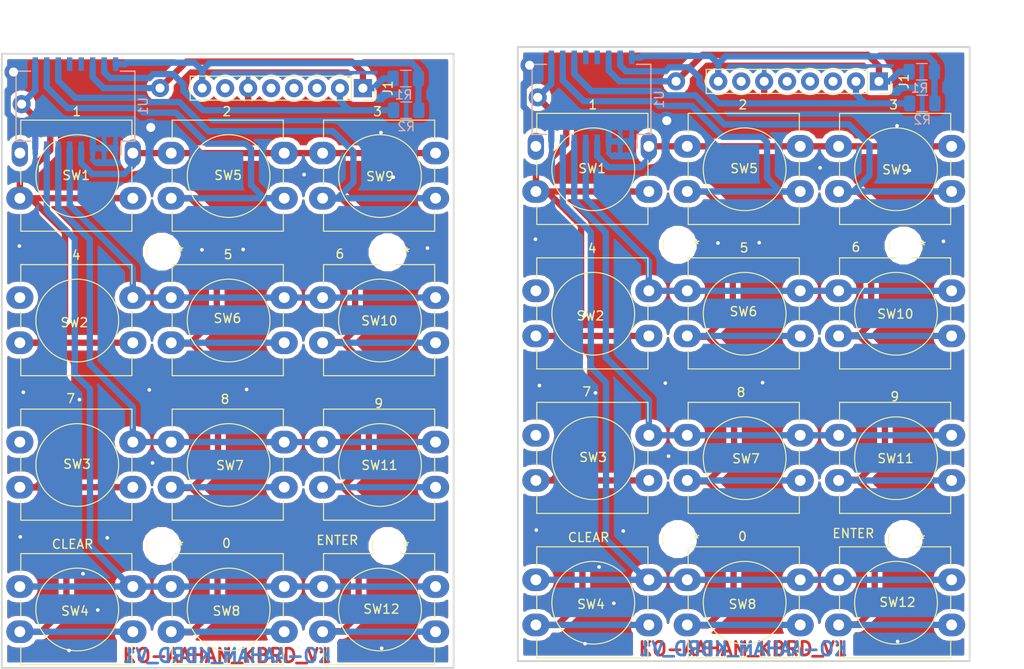
<source format=kicad_pcb>
(kicad_pcb (version 20171130) (host pcbnew 5.0.2+dfsg1-1)
  (layers (0 F.Cu signal) (31 B.Cu signal) (34 B.Paste user) (35 F.Paste user) (36 B.SilkS user) (37 F.SilkS user) (38 B.Mask user) (39 F.Mask user) (44 Edge.Cuts user))
  (net 0 "")
  (net 1 R4)
  (net 2 R3)
  (net 3 R2)
  (net 4 R1)
  (net 5 +3V3)
  (net 6 "Net-(J1-Pad4)")
  (net 7 GND)
  (net 8 C1)
  (net 9 C2)
  (net 10 C3)
  (net 11 "Net-(J1-Pad5)")
  (net 12 "Net-(J1-Pad7)")
  (net 13 "Net-(U1-Pad12)")
  (net 14 SDA)
  (net 15 SCL)
  (net 16 "Net-(J1-Pad3)")
  (net 17 "Net-(U1-Pad13)")
  (module Button_Switch_THT:SW_PUSH-12mm_Wuerth-430476085716 (layer F.Cu) (at 135.29 52.59)
    (fp_text reference SW10 (at 6.28 2.57) (layer F.SilkS))
    (fp_text value 6 (at 1.91 -4.83) (layer F.SilkS))
    (pad 1 thru_hole oval (at 12.5 0) (size 3 2.5) (drill 1.2) (layers *.Cu *.Mask) (net 3 R2))
    (pad 2 thru_hole oval (at 12.5 5) (size 3 2.5) (drill 1.2) (layers *.Cu *.Mask) (net 10 C3))
    (pad 1 thru_hole oval (at 0 0) (size 3 2.5) (drill 1.2) (layers *.Cu *.Mask) (net 3 R2))
    (pad 2 thru_hole oval (at 0 5) (size 3 2.5) (drill 1.2) (layers *.Cu *.Mask) (net 10 C3))
  )
  (module Button_Switch_THT:SW_PUSH-12mm_Wuerth-430476085716 (layer F.Cu) (at 118.54 52.59)
    (fp_text reference SW6 (at 6.22 2.3) (layer F.SilkS))
    (fp_text value 5 (at 6.29 -4.76) (layer F.SilkS))
    (pad 2 thru_hole oval (at 0 5) (size 3 2.5) (drill 1.2) (layers *.Cu *.Mask) (net 9 C2))
    (pad 1 thru_hole oval (at 0 0) (size 3 2.5) (drill 1.2) (layers *.Cu *.Mask) (net 3 R2))
    (pad 2 thru_hole oval (at 12.5 5) (size 3 2.5) (drill 1.2) (layers *.Cu *.Mask) (net 9 C2))
    (pad 1 thru_hole oval (at 12.5 0) (size 3 2.5) (drill 1.2) (layers *.Cu *.Mask) (net 3 R2))
  )
  (module Button_Switch_THT:SW_PUSH-12mm_Wuerth-430476085716 (layer F.Cu) (at 101.79 68.59)
    (fp_text reference SW3 (at 6.33 2.44) (layer F.SilkS))
    (fp_text value 7 (at 5.63 -4.82) (layer F.SilkS))
    (pad 2 thru_hole oval (at 0 5) (size 3 2.5) (drill 1.2) (layers *.Cu *.Mask) (net 8 C1))
    (pad 1 thru_hole oval (at 0 0) (size 3 2.5) (drill 1.2) (layers *.Cu *.Mask) (net 2 R3))
    (pad 2 thru_hole oval (at 12.5 5) (size 3 2.5) (drill 1.2) (layers *.Cu *.Mask) (net 8 C1))
    (pad 1 thru_hole oval (at 12.5 0) (size 3 2.5) (drill 1.2) (layers *.Cu *.Mask) (net 2 R3))
  )
  (module Button_Switch_THT:SW_PUSH-12mm_Wuerth-430476085716 (layer F.Cu) (at 135.29 84.59)
    (fp_text reference SW12 (at 6.51 2.49) (layer F.SilkS))
    (fp_text value ENTER (at 1.63 -5.13) (layer F.SilkS))
    (pad 2 thru_hole oval (at 0 5) (size 3 2.5) (drill 1.2) (layers *.Cu *.Mask) (net 10 C3))
    (pad 1 thru_hole oval (at 0 0) (size 3 2.5) (drill 1.2) (layers *.Cu *.Mask) (net 1 R4))
    (pad 2 thru_hole oval (at 12.5 5) (size 3 2.5) (drill 1.2) (layers *.Cu *.Mask) (net 10 C3))
    (pad 1 thru_hole oval (at 12.5 0) (size 3 2.5) (drill 1.2) (layers *.Cu *.Mask) (net 1 R4))
  )
  (module Connector_PinSocket_2.54mm:PinSocket_1x08_P2.54mm_Vertical (layer F.Cu) (at 139.75 29.4 270)
    (fp_text reference J1 (at 0 -2.77 270) (layer F.SilkS))
    (fp_text value Conn_01x08_Male)
    (pad 1 thru_hole rect (at 0 0 270) (size 2 2) (drill 1) (layers *.Cu *.Mask) (net 15 SCL))
    (pad 2 thru_hole oval (at 0 2.54 270) (size 2 2) (drill 1) (layers *.Cu *.Mask) (net 14 SDA))
    (pad 3 thru_hole oval (at 0 5.08 270) (size 2 2) (drill 1) (layers *.Cu *.Mask) (net 16 "Net-(J1-Pad3)"))
    (pad 4 thru_hole oval (at 0 7.62 270) (size 2 2) (drill 1) (layers *.Cu *.Mask) (net 6 "Net-(J1-Pad4)"))
    (pad 5 thru_hole oval (at 0 10.16 270) (size 2 2) (drill 1) (layers *.Cu *.Mask) (net 11 "Net-(J1-Pad5)"))
    (pad 6 thru_hole oval (at 0 12.7 270) (size 2 2) (drill 1) (layers *.Cu *.Mask) (net 7 GND))
    (pad 7 thru_hole oval (at 0 15.24 270) (size 2 2) (drill 1) (layers *.Cu *.Mask) (net 12 "Net-(J1-Pad7)"))
    (pad 8 thru_hole oval (at 0 17.78 270) (size 2 2) (drill 1) (layers *.Cu *.Mask) (net 5 +3V3))
  )
  (module Package_SO:SOIC-16W_7.5x12.8mm_P1.27mm (layer B.Cu) (at 107.94 31.39 90)
    (fp_text reference U1 (at 0 7.5 90) (layer B.SilkS) (effects (justify mirror)))
    (fp_text value PCF8574)
    (pad 16 smd rect (at 4.65 4.445 90) (size 1.5 0.6) (layers B.Cu B.Paste B.Mask) (net 5 +3V3))
    (pad 15 smd rect (at 4.65 3.175 90) (size 1.5 0.6) (layers B.Cu B.Paste B.Mask) (net 14 SDA))
    (pad 14 smd rect (at 4.65 1.905 90) (size 1.5 0.6) (layers B.Cu B.Paste B.Mask) (net 15 SCL))
    (pad 13 smd rect (at 4.65 0.635 90) (size 1.5 0.6) (layers B.Cu B.Paste B.Mask) (net 17 "Net-(U1-Pad13)"))
    (pad 12 smd rect (at 4.65 -0.635 90) (size 1.5 0.6) (layers B.Cu B.Paste B.Mask) (net 13 "Net-(U1-Pad12)"))
    (pad 11 smd rect (at 4.65 -1.905 90) (size 1.5 0.6) (layers B.Cu B.Paste B.Mask) (net 10 C3))
    (pad 10 smd rect (at 4.65 -3.175 90) (size 1.5 0.6) (layers B.Cu B.Paste B.Mask) (net 9 C2))
    (pad 9 smd rect (at 4.65 -4.445 90) (size 1.5 0.6) (layers B.Cu B.Paste B.Mask) (net 8 C1))
    (pad 8 smd rect (at -4.65 -4.445 90) (size 1.5 0.6) (layers B.Cu B.Paste B.Mask) (net 7 GND))
    (pad 7 smd rect (at -4.65 -3.175 90) (size 1.5 0.6) (layers B.Cu B.Paste B.Mask) (net 1 R4))
    (pad 6 smd rect (at -4.65 -1.905 90) (size 1.5 0.6) (layers B.Cu B.Paste B.Mask) (net 2 R3))
    (pad 5 smd rect (at -4.65 -0.635 90) (size 1.5 0.6) (layers B.Cu B.Paste B.Mask) (net 3 R2))
    (pad 4 smd rect (at -4.65 0.635 90) (size 1.5 0.6) (layers B.Cu B.Paste B.Mask) (net 4 R1))
    (pad 3 smd rect (at -4.65 1.905 90) (size 1.5 0.6) (layers B.Cu B.Paste B.Mask) (net 7 GND))
    (pad 2 smd rect (at -4.65 3.175 90) (size 1.5 0.6) (layers B.Cu B.Paste B.Mask) (net 7 GND))
    (pad 1 smd rect (at -4.65 4.445 90) (size 1.5 0.6) (layers B.Cu B.Paste B.Mask) (net 7 GND))
  )
  (module MountingHole:MountingHole_3.2mm_M3 (layer F.Cu) (at 117.49 80.09)
    (fp_text reference REF** (at 0.3 -0.01) (layer F.SilkS))
    (fp_text value MountingHole_3.2mm_M3)
    (pad 1 np_thru_hole circle (at 0 0) (size 3.2 3.2) (drill 3.2) (layers *.Cu *.Mask))
  )
  (module MountingHole:MountingHole_3.2mm_M3 (layer F.Cu) (at 117.49 47.5)
    (fp_text reference REF** (at 0.32 -0.01) (layer F.SilkS))
    (fp_text value MountingHole_3.2mm_M3)
    (pad 1 np_thru_hole circle (at 0 0) (size 3.2 3.2) (drill 3.2) (layers *.Cu *.Mask))
  )
  (module MountingHole:MountingHole_3.2mm_M3 (layer F.Cu) (at 142.48 80.09)
    (fp_text reference REF** (at 0.28 0.03) (layer F.SilkS))
    (fp_text value MountingHole_3.2mm_M3)
    (pad 1 np_thru_hole circle (at 0 0) (size 3.2 3.2) (drill 3.2) (layers *.Cu *.Mask))
  )
  (module Button_Switch_THT:SW_PUSH-12mm_Wuerth-430476085716 (layer F.Cu) (at 101.79 36.59)
    (fp_text reference SW1 (at 6.23 2.46) (layer F.SilkS))
    (fp_text value 1 (at 6.3 -4.6) (layer F.SilkS))
    (pad 1 thru_hole oval (at 12.5 0) (size 1.8 3) (drill 1.2) (layers *.Cu *.Mask) (net 4 R1))
    (pad 2 thru_hole oval (at 12.5 5) (size 3 2.5) (drill 1.2) (layers *.Cu *.Mask) (net 8 C1))
    (pad 1 thru_hole oval (at 0 0) (size 1.8 3) (drill 1.2) (layers *.Cu *.Mask) (net 4 R1))
    (pad 2 thru_hole oval (at 0 5) (size 3 2.5) (drill 1.2) (layers *.Cu *.Mask) (net 8 C1))
  )
  (module Button_Switch_THT:SW_PUSH-12mm_Wuerth-430476085716 (layer F.Cu) (at 101.79 84.59)
    (fp_text reference SW4 (at 6.1 2.71) (layer F.SilkS))
    (fp_text value CLEAR (at 5.83 -4.69) (layer F.SilkS))
    (pad 1 thru_hole oval (at 12.5 0) (size 3 2.5) (drill 1.2) (layers *.Cu *.Mask) (net 1 R4))
    (pad 2 thru_hole oval (at 12.5 5) (size 3 2.5) (drill 1.2) (layers *.Cu *.Mask) (net 8 C1))
    (pad 1 thru_hole oval (at 0 0) (size 3 2.5) (drill 1.2) (layers *.Cu *.Mask) (net 1 R4))
    (pad 2 thru_hole oval (at 0 5) (size 3 2.5) (drill 1.2) (layers *.Cu *.Mask) (net 8 C1))
  )
  (module Resistor_SMD:R_1206_3216Metric (layer B.Cu) (at 144.49 28.33 180)
    (fp_text reference R1 (at 0.23 -1.81 180) (layer B.SilkS) (effects (justify mirror)))
    (fp_text value 4.7k)
    (pad 1 smd roundrect (at -1.4 0 180) (size 1.25 1.75) (layers B.Cu B.Paste B.Mask) (roundrect_rratio 0.2) (net 5 +3V3))
    (pad 2 smd roundrect (at 1.4 0 180) (size 1.25 1.75) (layers B.Cu B.Paste B.Mask) (roundrect_rratio 0.2) (net 15 SCL))
  )
  (module Button_Switch_THT:SW_PUSH-12mm_Wuerth-430476085716 (layer F.Cu) (at 135.29 36.59)
    (fp_text reference SW9 (at 6.35 2.59) (layer F.SilkS))
    (fp_text value 3 (at 6.08 -4.6) (layer F.SilkS))
    (pad 1 thru_hole oval (at 12.5 0) (size 3 2.5) (drill 1.2) (layers *.Cu *.Mask) (net 4 R1))
    (pad 2 thru_hole oval (at 12.5 5) (size 3 2.5) (drill 1.2) (layers *.Cu *.Mask) (net 10 C3))
    (pad 1 thru_hole oval (at 0 0) (size 3 2.5) (drill 1.2) (layers *.Cu *.Mask) (net 4 R1))
    (pad 2 thru_hole oval (at 0 5) (size 3 2.5) (drill 1.2) (layers *.Cu *.Mask) (net 10 C3))
  )
  (module Button_Switch_THT:SW_PUSH-12mm_Wuerth-430476085716 (layer F.Cu) (at 135.29 68.59)
    (fp_text reference SW11 (at 6.29 2.57) (layer F.SilkS))
    (fp_text value 9 (at 6.21 -4.28) (layer F.SilkS))
    (pad 1 thru_hole oval (at 12.5 0) (size 3 2.5) (drill 1.2) (layers *.Cu *.Mask) (net 2 R3))
    (pad 2 thru_hole oval (at 12.5 5) (size 3 2.5) (drill 1.2) (layers *.Cu *.Mask) (net 10 C3))
    (pad 1 thru_hole oval (at 0 0) (size 3 2.5) (drill 1.2) (layers *.Cu *.Mask) (net 2 R3))
    (pad 2 thru_hole oval (at 0 5) (size 3 2.5) (drill 1.2) (layers *.Cu *.Mask) (net 10 C3))
  )
  (module Button_Switch_THT:SW_PUSH-12mm_Wuerth-430476085716 (layer F.Cu) (at 101.79 52.59)
    (fp_text reference SW2 (at 6.03 2.77) (layer F.SilkS))
    (fp_text value 4 (at 6.23 -4.69) (layer F.SilkS))
    (pad 2 thru_hole oval (at 0 5) (size 3 2.5) (drill 1.2) (layers *.Cu *.Mask) (net 8 C1))
    (pad 1 thru_hole oval (at 0 0) (size 3 2.5) (drill 1.2) (layers *.Cu *.Mask) (net 3 R2))
    (pad 2 thru_hole oval (at 12.5 5) (size 3 2.5) (drill 1.2) (layers *.Cu *.Mask) (net 8 C1))
    (pad 1 thru_hole oval (at 12.5 0) (size 3 2.5) (drill 1.2) (layers *.Cu *.Mask) (net 3 R2))
  )
  (module MountingHole:MountingHole_3.2mm_M3 (layer F.Cu) (at 142.48 47.58)
    (fp_text reference REF** (at 0.36 0.03) (layer F.SilkS))
    (fp_text value MountingHole_3.2mm_M3)
    (pad 1 np_thru_hole circle (at 0 0) (size 3.2 3.2) (drill 3.2) (layers *.Cu *.Mask))
  )
  (module Button_Switch_THT:SW_PUSH-12mm_Wuerth-430476085716 (layer F.Cu) (at 118.54 84.59)
    (fp_text reference SW8 (at 6.11 2.71) (layer F.SilkS))
    (fp_text value 0 (at 6.11 -4.79) (layer F.SilkS))
    (pad 2 thru_hole oval (at 0 5) (size 3 2.5) (drill 1.2) (layers *.Cu *.Mask) (net 9 C2))
    (pad 1 thru_hole oval (at 0 0) (size 3 2.5) (drill 1.2) (layers *.Cu *.Mask) (net 1 R4))
    (pad 2 thru_hole oval (at 12.5 5) (size 3 2.5) (drill 1.2) (layers *.Cu *.Mask) (net 9 C2))
    (pad 1 thru_hole oval (at 12.5 0) (size 3 2.5) (drill 1.2) (layers *.Cu *.Mask) (net 1 R4))
  )
  (module Button_Switch_THT:SW_PUSH-12mm_Wuerth-430476085716 (layer F.Cu) (at 118.54 36.59)
    (fp_text reference SW5 (at 6.29 2.46) (layer F.SilkS))
    (fp_text value 2 (at 6.15 -4.6) (layer F.SilkS))
    (pad 2 thru_hole oval (at 0 5) (size 3 2.5) (drill 1.2) (layers *.Cu *.Mask) (net 9 C2))
    (pad 1 thru_hole oval (at 0 0) (size 3 2.5) (drill 1.2) (layers *.Cu *.Mask) (net 4 R1))
    (pad 2 thru_hole oval (at 12.5 5) (size 3 2.5) (drill 1.2) (layers *.Cu *.Mask) (net 9 C2))
    (pad 1 thru_hole oval (at 12.5 0) (size 3 2.5) (drill 1.2) (layers *.Cu *.Mask) (net 4 R1))
  )
  (module Resistor_SMD:R_1206_3216Metric (layer B.Cu) (at 144.54 31.84)
    (fp_text reference R2 (at 0 1.82) (layer B.SilkS) (effects (justify mirror)))
    (fp_text value 4.7k)
    (pad 2 smd roundrect (at 1.4 0) (size 1.25 1.75) (layers B.Cu B.Paste B.Mask) (roundrect_rratio 0.2) (net 5 +3V3))
    (pad 1 smd roundrect (at -1.4 0) (size 1.25 1.75) (layers B.Cu B.Paste B.Mask) (roundrect_rratio 0.2) (net 14 SDA))
  )
  (module Button_Switch_THT:SW_PUSH-12mm_Wuerth-430476085716 (layer F.Cu) (at 118.54 68.59)
    (fp_text reference SW7 (at 6.5 2.59) (layer F.SilkS))
    (fp_text value 8 (at 5.95 -4.75) (layer F.SilkS))
    (pad 1 thru_hole oval (at 12.5 0) (size 3 2.5) (drill 1.2) (layers *.Cu *.Mask) (net 2 R3))
    (pad 2 thru_hole oval (at 12.5 5) (size 3 2.5) (drill 1.2) (layers *.Cu *.Mask) (net 9 C2))
    (pad 1 thru_hole oval (at 0 0) (size 3 2.5) (drill 1.2) (layers *.Cu *.Mask) (net 2 R3))
    (pad 2 thru_hole oval (at 0 5) (size 3 2.5) (drill 1.2) (layers *.Cu *.Mask) (net 9 C2))
  )
  (module Button_Switch_THT:SW_PUSH-12mm_Wuerth-430476085716 (layer F.Cu) (at 44.69 85.34)
    (fp_text reference SW4 (at 6.1 2.71) (layer F.SilkS))
    (fp_text value CLEAR (at 5.83 -4.69) (layer F.SilkS))
    (pad 2 thru_hole oval (at 0 5) (size 3 2.5) (drill 1.2) (layers *.Cu *.Mask) (net 8 C1))
    (pad 1 thru_hole oval (at 0 0) (size 3 2.5) (drill 1.2) (layers *.Cu *.Mask) (net 1 R4))
    (pad 2 thru_hole oval (at 12.5 5) (size 3 2.5) (drill 1.2) (layers *.Cu *.Mask) (net 8 C1))
    (pad 1 thru_hole oval (at 12.5 0) (size 3 2.5) (drill 1.2) (layers *.Cu *.Mask) (net 1 R4))
  )
  (module Button_Switch_THT:SW_PUSH-12mm_Wuerth-430476085716 (layer F.Cu) (at 78.19 37.34)
    (fp_text reference SW9 (at 6.35 2.59) (layer F.SilkS))
    (fp_text value 3 (at 6.08 -4.6) (layer F.SilkS))
    (pad 2 thru_hole oval (at 0 5) (size 3 2.5) (drill 1.2) (layers *.Cu *.Mask) (net 10 C3))
    (pad 1 thru_hole oval (at 0 0) (size 3 2.5) (drill 1.2) (layers *.Cu *.Mask) (net 4 R1))
    (pad 2 thru_hole oval (at 12.5 5) (size 3 2.5) (drill 1.2) (layers *.Cu *.Mask) (net 10 C3))
    (pad 1 thru_hole oval (at 12.5 0) (size 3 2.5) (drill 1.2) (layers *.Cu *.Mask) (net 4 R1))
  )
  (module Button_Switch_THT:SW_PUSH-12mm_Wuerth-430476085716 (layer F.Cu) (at 78.19 69.34)
    (fp_text reference SW11 (at 6.29 2.57) (layer F.SilkS))
    (fp_text value 9 (at 6.21 -4.28) (layer F.SilkS))
    (pad 2 thru_hole oval (at 0 5) (size 3 2.5) (drill 1.2) (layers *.Cu *.Mask) (net 10 C3))
    (pad 1 thru_hole oval (at 0 0) (size 3 2.5) (drill 1.2) (layers *.Cu *.Mask) (net 2 R3))
    (pad 2 thru_hole oval (at 12.5 5) (size 3 2.5) (drill 1.2) (layers *.Cu *.Mask) (net 10 C3))
    (pad 1 thru_hole oval (at 12.5 0) (size 3 2.5) (drill 1.2) (layers *.Cu *.Mask) (net 2 R3))
  )
  (module Button_Switch_THT:SW_PUSH-12mm_Wuerth-430476085716 (layer F.Cu) (at 61.44 85.34)
    (fp_text reference SW8 (at 6.11 2.71) (layer F.SilkS))
    (fp_text value 0 (at 6.11 -4.79) (layer F.SilkS))
    (pad 1 thru_hole oval (at 12.5 0) (size 3 2.5) (drill 1.2) (layers *.Cu *.Mask) (net 1 R4))
    (pad 2 thru_hole oval (at 12.5 5) (size 3 2.5) (drill 1.2) (layers *.Cu *.Mask) (net 9 C2))
    (pad 1 thru_hole oval (at 0 0) (size 3 2.5) (drill 1.2) (layers *.Cu *.Mask) (net 1 R4))
    (pad 2 thru_hole oval (at 0 5) (size 3 2.5) (drill 1.2) (layers *.Cu *.Mask) (net 9 C2))
  )
  (module Button_Switch_THT:SW_PUSH-12mm_Wuerth-430476085716 (layer F.Cu) (at 61.44 69.34)
    (fp_text reference SW7 (at 6.5 2.59) (layer F.SilkS))
    (fp_text value 8 (at 5.95 -4.75) (layer F.SilkS))
    (pad 2 thru_hole oval (at 0 5) (size 3 2.5) (drill 1.2) (layers *.Cu *.Mask) (net 9 C2))
    (pad 1 thru_hole oval (at 0 0) (size 3 2.5) (drill 1.2) (layers *.Cu *.Mask) (net 2 R3))
    (pad 2 thru_hole oval (at 12.5 5) (size 3 2.5) (drill 1.2) (layers *.Cu *.Mask) (net 9 C2))
    (pad 1 thru_hole oval (at 12.5 0) (size 3 2.5) (drill 1.2) (layers *.Cu *.Mask) (net 2 R3))
  )
  (module Button_Switch_THT:SW_PUSH-12mm_Wuerth-430476085716 (layer F.Cu) (at 61.44 37.34)
    (fp_text reference SW5 (at 6.29 2.46) (layer F.SilkS))
    (fp_text value 2 (at 6.15 -4.6) (layer F.SilkS))
    (pad 1 thru_hole oval (at 12.5 0) (size 3 2.5) (drill 1.2) (layers *.Cu *.Mask) (net 4 R1))
    (pad 2 thru_hole oval (at 12.5 5) (size 3 2.5) (drill 1.2) (layers *.Cu *.Mask) (net 9 C2))
    (pad 1 thru_hole oval (at 0 0) (size 3 2.5) (drill 1.2) (layers *.Cu *.Mask) (net 4 R1))
    (pad 2 thru_hole oval (at 0 5) (size 3 2.5) (drill 1.2) (layers *.Cu *.Mask) (net 9 C2))
  )
  (module Resistor_SMD:R_1206_3216Metric (layer B.Cu) (at 87.44 32.59)
    (fp_text reference R2 (at 0 1.82) (layer B.SilkS) (effects (justify mirror)))
    (fp_text value 4.7k)
    (pad 1 smd roundrect (at -1.4 0) (size 1.25 1.75) (layers B.Cu B.Paste B.Mask) (roundrect_rratio 0.2) (net 14 SDA))
    (pad 2 smd roundrect (at 1.4 0) (size 1.25 1.75) (layers B.Cu B.Paste B.Mask) (roundrect_rratio 0.2) (net 5 +3V3))
  )
  (module MountingHole:MountingHole_3.2mm_M3 (layer F.Cu) (at 85.38 48.33)
    (fp_text reference REF** (at 0.36 0.03) (layer F.SilkS))
    (fp_text value MountingHole_3.2mm_M3)
    (pad 1 np_thru_hole circle (at 0 0) (size 3.2 3.2) (drill 3.2) (layers *.Cu *.Mask))
  )
  (module MountingHole:MountingHole_3.2mm_M3 (layer F.Cu) (at 60.39 48.25)
    (fp_text reference REF** (at 0.32 -0.01) (layer F.SilkS))
    (fp_text value MountingHole_3.2mm_M3)
    (pad 1 np_thru_hole circle (at 0 0) (size 3.2 3.2) (drill 3.2) (layers *.Cu *.Mask))
  )
  (module Button_Switch_THT:SW_PUSH-12mm_Wuerth-430476085716 (layer F.Cu) (at 44.69 69.34)
    (fp_text reference SW3 (at 6.33 2.44) (layer F.SilkS))
    (fp_text value 7 (at 5.63 -4.82) (layer F.SilkS))
    (pad 1 thru_hole oval (at 12.5 0) (size 3 2.5) (drill 1.2) (layers *.Cu *.Mask) (net 2 R3))
    (pad 2 thru_hole oval (at 12.5 5) (size 3 2.5) (drill 1.2) (layers *.Cu *.Mask) (net 8 C1))
    (pad 1 thru_hole oval (at 0 0) (size 3 2.5) (drill 1.2) (layers *.Cu *.Mask) (net 2 R3))
    (pad 2 thru_hole oval (at 0 5) (size 3 2.5) (drill 1.2) (layers *.Cu *.Mask) (net 8 C1))
  )
  (module MountingHole:MountingHole_3.2mm_M3 (layer F.Cu) (at 60.39 80.84)
    (fp_text reference REF** (at 0.3 -0.01) (layer F.SilkS))
    (fp_text value MountingHole_3.2mm_M3)
    (pad 1 np_thru_hole circle (at 0 0) (size 3.2 3.2) (drill 3.2) (layers *.Cu *.Mask))
  )
  (module MountingHole:MountingHole_3.2mm_M3 (layer F.Cu) (at 85.38 80.84)
    (fp_text reference REF** (at 0.28 0.03) (layer F.SilkS))
    (fp_text value MountingHole_3.2mm_M3)
    (pad 1 np_thru_hole circle (at 0 0) (size 3.2 3.2) (drill 3.2) (layers *.Cu *.Mask))
  )
  (module Connector_PinSocket_2.54mm:PinSocket_1x08_P2.54mm_Vertical (layer F.Cu) (at 82.65 30.15 270)
    (fp_text reference J1 (at 0 -2.77 270) (layer F.SilkS))
    (fp_text value Conn_01x08_Male)
    (pad 8 thru_hole oval (at 0 17.78 270) (size 2 2) (drill 1) (layers *.Cu *.Mask) (net 5 +3V3))
    (pad 7 thru_hole oval (at 0 15.24 270) (size 2 2) (drill 1) (layers *.Cu *.Mask) (net 12 "Net-(J1-Pad7)"))
    (pad 6 thru_hole oval (at 0 12.7 270) (size 2 2) (drill 1) (layers *.Cu *.Mask) (net 7 GND))
    (pad 5 thru_hole oval (at 0 10.16 270) (size 2 2) (drill 1) (layers *.Cu *.Mask) (net 11 "Net-(J1-Pad5)"))
    (pad 4 thru_hole oval (at 0 7.62 270) (size 2 2) (drill 1) (layers *.Cu *.Mask) (net 6 "Net-(J1-Pad4)"))
    (pad 3 thru_hole oval (at 0 5.08 270) (size 2 2) (drill 1) (layers *.Cu *.Mask) (net 16 "Net-(J1-Pad3)"))
    (pad 2 thru_hole oval (at 0 2.54 270) (size 2 2) (drill 1) (layers *.Cu *.Mask) (net 14 SDA))
    (pad 1 thru_hole rect (at 0 0 270) (size 2 2) (drill 1) (layers *.Cu *.Mask) (net 15 SCL))
  )
  (module Button_Switch_THT:SW_PUSH-12mm_Wuerth-430476085716 (layer F.Cu) (at 78.19 85.34)
    (fp_text reference SW12 (at 6.51 2.49) (layer F.SilkS))
    (fp_text value ENTER (at 1.63 -5.13) (layer F.SilkS))
    (pad 1 thru_hole oval (at 12.5 0) (size 3 2.5) (drill 1.2) (layers *.Cu *.Mask) (net 1 R4))
    (pad 2 thru_hole oval (at 12.5 5) (size 3 2.5) (drill 1.2) (layers *.Cu *.Mask) (net 10 C3))
    (pad 1 thru_hole oval (at 0 0) (size 3 2.5) (drill 1.2) (layers *.Cu *.Mask) (net 1 R4))
    (pad 2 thru_hole oval (at 0 5) (size 3 2.5) (drill 1.2) (layers *.Cu *.Mask) (net 10 C3))
  )
  (module Button_Switch_THT:SW_PUSH-12mm_Wuerth-430476085716 (layer F.Cu) (at 61.44 53.34)
    (fp_text reference SW6 (at 6.22 2.3) (layer F.SilkS))
    (fp_text value 5 (at 6.29 -4.76) (layer F.SilkS))
    (pad 1 thru_hole oval (at 12.5 0) (size 3 2.5) (drill 1.2) (layers *.Cu *.Mask) (net 3 R2))
    (pad 2 thru_hole oval (at 12.5 5) (size 3 2.5) (drill 1.2) (layers *.Cu *.Mask) (net 9 C2))
    (pad 1 thru_hole oval (at 0 0) (size 3 2.5) (drill 1.2) (layers *.Cu *.Mask) (net 3 R2))
    (pad 2 thru_hole oval (at 0 5) (size 3 2.5) (drill 1.2) (layers *.Cu *.Mask) (net 9 C2))
  )
  (module Button_Switch_THT:SW_PUSH-12mm_Wuerth-430476085716 (layer F.Cu) (at 78.19 53.34)
    (fp_text reference SW10 (at 6.28 2.57) (layer F.SilkS))
    (fp_text value 6 (at 1.91 -4.83) (layer F.SilkS))
    (pad 2 thru_hole oval (at 0 5) (size 3 2.5) (drill 1.2) (layers *.Cu *.Mask) (net 10 C3))
    (pad 1 thru_hole oval (at 0 0) (size 3 2.5) (drill 1.2) (layers *.Cu *.Mask) (net 3 R2))
    (pad 2 thru_hole oval (at 12.5 5) (size 3 2.5) (drill 1.2) (layers *.Cu *.Mask) (net 10 C3))
    (pad 1 thru_hole oval (at 12.5 0) (size 3 2.5) (drill 1.2) (layers *.Cu *.Mask) (net 3 R2))
  )
  (module Resistor_SMD:R_1206_3216Metric (layer B.Cu) (at 87.39 29.08 180)
    (fp_text reference R1 (at 0.23 -1.81 180) (layer B.SilkS) (effects (justify mirror)))
    (fp_text value 4.7k)
    (pad 2 smd roundrect (at 1.4 0 180) (size 1.25 1.75) (layers B.Cu B.Paste B.Mask) (roundrect_rratio 0.2) (net 15 SCL))
    (pad 1 smd roundrect (at -1.4 0 180) (size 1.25 1.75) (layers B.Cu B.Paste B.Mask) (roundrect_rratio 0.2) (net 5 +3V3))
  )
  (module Button_Switch_THT:SW_PUSH-12mm_Wuerth-430476085716 (layer F.Cu) (at 44.69 53.34)
    (fp_text reference SW2 (at 6.03 2.77) (layer F.SilkS))
    (fp_text value 4 (at 6.23 -4.69) (layer F.SilkS))
    (pad 1 thru_hole oval (at 12.5 0) (size 3 2.5) (drill 1.2) (layers *.Cu *.Mask) (net 3 R2))
    (pad 2 thru_hole oval (at 12.5 5) (size 3 2.5) (drill 1.2) (layers *.Cu *.Mask) (net 8 C1))
    (pad 1 thru_hole oval (at 0 0) (size 3 2.5) (drill 1.2) (layers *.Cu *.Mask) (net 3 R2))
    (pad 2 thru_hole oval (at 0 5) (size 3 2.5) (drill 1.2) (layers *.Cu *.Mask) (net 8 C1))
  )
  (module Button_Switch_THT:SW_PUSH-12mm_Wuerth-430476085716 (layer F.Cu) (at 44.69 37.34)
    (fp_text reference SW1 (at 6.23 2.46) (layer F.SilkS))
    (fp_text value 1 (at 6.3 -4.6) (layer F.SilkS))
    (pad 2 thru_hole oval (at 0 5) (size 3 2.5) (drill 1.2) (layers *.Cu *.Mask) (net 8 C1))
    (pad 1 thru_hole oval (at 0 0) (size 1.8 3) (drill 1.2) (layers *.Cu *.Mask) (net 4 R1))
    (pad 2 thru_hole oval (at 12.5 5) (size 3 2.5) (drill 1.2) (layers *.Cu *.Mask) (net 8 C1))
    (pad 1 thru_hole oval (at 12.5 0) (size 1.8 3) (drill 1.2) (layers *.Cu *.Mask) (net 4 R1))
  )
  (module Package_SO:SOIC-16W_7.5x12.8mm_P1.27mm (layer B.Cu) (at 50.84 32.14 90)
    (fp_text reference U1 (at 0 7.5 90) (layer B.SilkS) (effects (justify mirror)))
    (fp_text value PCF8574)
    (pad 1 smd rect (at -4.65 4.445 90) (size 1.5 0.6) (layers B.Cu B.Paste B.Mask) (net 7 GND))
    (pad 2 smd rect (at -4.65 3.175 90) (size 1.5 0.6) (layers B.Cu B.Paste B.Mask) (net 7 GND))
    (pad 3 smd rect (at -4.65 1.905 90) (size 1.5 0.6) (layers B.Cu B.Paste B.Mask) (net 7 GND))
    (pad 4 smd rect (at -4.65 0.635 90) (size 1.5 0.6) (layers B.Cu B.Paste B.Mask) (net 4 R1))
    (pad 5 smd rect (at -4.65 -0.635 90) (size 1.5 0.6) (layers B.Cu B.Paste B.Mask) (net 3 R2))
    (pad 6 smd rect (at -4.65 -1.905 90) (size 1.5 0.6) (layers B.Cu B.Paste B.Mask) (net 2 R3))
    (pad 7 smd rect (at -4.65 -3.175 90) (size 1.5 0.6) (layers B.Cu B.Paste B.Mask) (net 1 R4))
    (pad 8 smd rect (at -4.65 -4.445 90) (size 1.5 0.6) (layers B.Cu B.Paste B.Mask) (net 7 GND))
    (pad 9 smd rect (at 4.65 -4.445 90) (size 1.5 0.6) (layers B.Cu B.Paste B.Mask) (net 8 C1))
    (pad 10 smd rect (at 4.65 -3.175 90) (size 1.5 0.6) (layers B.Cu B.Paste B.Mask) (net 9 C2))
    (pad 11 smd rect (at 4.65 -1.905 90) (size 1.5 0.6) (layers B.Cu B.Paste B.Mask) (net 10 C3))
    (pad 12 smd rect (at 4.65 -0.635 90) (size 1.5 0.6) (layers B.Cu B.Paste B.Mask) (net 13 "Net-(U1-Pad12)"))
    (pad 13 smd rect (at 4.65 0.635 90) (size 1.5 0.6) (layers B.Cu B.Paste B.Mask) (net 17 "Net-(U1-Pad13)"))
    (pad 14 smd rect (at 4.65 1.905 90) (size 1.5 0.6) (layers B.Cu B.Paste B.Mask) (net 15 SCL))
    (pad 15 smd rect (at 4.65 3.175 90) (size 1.5 0.6) (layers B.Cu B.Paste B.Mask) (net 14 SDA))
    (pad 16 smd rect (at 4.65 4.445 90) (size 1.5 0.6) (layers B.Cu B.Paste B.Mask) (net 5 +3V3))
  )
  (gr_text KO-AAHAM_KBRD_V1 (at 124.72 92.24) (layer B.Cu) (effects (font (size 1.5 1.5) (thickness 0.3)) (justify mirror)))
  (gr_text KO-AAHAM_KBRD_V1 (at 124.72 92.24) (layer F.Cu) (effects (font (size 1.5 1.5) (thickness 0.3))))
  (gr_line (start 149.79 93.59) (end 99.79 93.59) (layer Edge.Cuts) (width 0.2))
  (gr_line (start 149.79 25.59) (end 99.79 25.59) (layer Edge.Cuts) (width 0.2))
  (gr_line (start 99.79 25.59) (end 99.79 93.59) (layer Edge.Cuts) (width 0.2))
  (gr_line (start 149.79 25.59) (end 149.79 93.59) (layer Edge.Cuts) (width 0.2))
  (gr_text KO-AAHAM_KBRD_V1 (at 67.62 92.99) (layer F.Cu) (effects (font (size 1.5 1.5) (thickness 0.3))))
  (gr_line (start 42.69 26.34) (end 42.69 94.34) (layer Edge.Cuts) (width 0.2))
  (gr_line (start 92.69 26.34) (end 92.69 94.34) (layer Edge.Cuts) (width 0.2))
  (gr_line (start 92.69 94.34) (end 42.69 94.34) (layer Edge.Cuts) (width 0.2))
  (gr_text KO-AAHAM_KBRD_V1 (at 67.62 92.99) (layer B.Cu) (effects (font (size 1.5 1.5) (thickness 0.3)) (justify mirror)))
  (gr_line (start 92.69 26.34) (end 42.69 26.34) (layer Edge.Cuts) (width 0.2))
  (segment (start 44.69 85.34) (end 57.19 85.34) (width 0.7) (layer B.Cu) (net 1))
  (segment (start 57.19 85.34) (end 90.69 85.34) (width 0.7) (layer B.Cu) (net 1))
  (segment (start 44.94 85.34) (end 44.69 85.34) (width 0.7) (layer B.Cu) (net 1))
  (segment (start 50.76999 61.017204) (end 50.76999 46.855602) (width 0.7) (layer B.Cu) (net 1))
  (segment (start 56.94 85.34) (end 52.45 80.85) (width 0.7) (layer B.Cu) (net 1))
  (segment (start 57.19 85.34) (end 56.94 85.34) (width 0.7) (layer B.Cu) (net 1))
  (segment (start 52.45 63.472806) (end 50.754991 61.777797) (width 0.7) (layer B.Cu) (net 1))
  (segment (start 52.45 80.85) (end 52.45 63.472806) (width 0.7) (layer B.Cu) (net 1))
  (segment (start 50.754991 61.777797) (end 50.754991 61.032203) (width 0.7) (layer B.Cu) (net 1))
  (segment (start 50.76999 46.855602) (end 47.65 43.735612) (width 0.7) (layer B.Cu) (net 1))
  (segment (start 50.754991 61.032203) (end 50.76999 61.017204) (width 0.7) (layer B.Cu) (net 1))
  (segment (start 47.665 43.720612) (end 47.65 43.735612) (width 0.7) (layer B.Cu) (net 1))
  (segment (start 47.665 36.79) (end 47.665 43.720612) (width 0.7) (layer B.Cu) (net 1))
  (segment (start 107.86999 60.267204) (end 107.86999 46.105602) (width 0.7) (layer B.Cu) (net 1))
  (segment (start 114.04 84.59) (end 109.55 80.1) (width 0.7) (layer B.Cu) (net 1))
  (segment (start 114.29 84.59) (end 114.04 84.59) (width 0.7) (layer B.Cu) (net 1))
  (segment (start 109.55 62.722806) (end 107.854991 61.027797) (width 0.7) (layer B.Cu) (net 1))
  (segment (start 114.29 84.59) (end 147.79 84.59) (width 0.7) (layer B.Cu) (net 1))
  (segment (start 102.04 84.59) (end 101.79 84.59) (width 0.7) (layer B.Cu) (net 1))
  (segment (start 109.55 80.1) (end 109.55 62.722806) (width 0.7) (layer B.Cu) (net 1))
  (segment (start 107.854991 61.027797) (end 107.854991 60.282203) (width 0.7) (layer B.Cu) (net 1))
  (segment (start 107.86999 46.105602) (end 104.75 42.985612) (width 0.7) (layer B.Cu) (net 1))
  (segment (start 107.854991 60.282203) (end 107.86999 60.267204) (width 0.7) (layer B.Cu) (net 1))
  (segment (start 104.765 42.970612) (end 104.75 42.985612) (width 0.7) (layer B.Cu) (net 1))
  (segment (start 104.765 36.04) (end 104.765 42.970612) (width 0.7) (layer B.Cu) (net 1))
  (segment (start 101.79 84.59) (end 114.29 84.59) (width 0.7) (layer B.Cu) (net 1))
  (segment (start 57.19 69.34) (end 90.69 69.34) (width 0.7) (layer B.Cu) (net 2))
  (segment (start 57.19 65.47) (end 57.19 69.34) (width 0.7) (layer B.Cu) (net 2))
  (segment (start 52.39 60.67) (end 57.19 65.47) (width 0.7) (layer B.Cu) (net 2))
  (segment (start 52.43 46.9) (end 52.43 60.63) (width 0.7) (layer B.Cu) (net 2))
  (segment (start 48.935 36.79) (end 48.935 43.405) (width 0.7) (layer B.Cu) (net 2))
  (segment (start 52.43 60.63) (end 52.39 60.67) (width 0.7) (layer B.Cu) (net 2))
  (segment (start 48.935 43.405) (end 52.43 46.9) (width 0.7) (layer B.Cu) (net 2))
  (segment (start 109.49 59.92) (end 114.29 64.72) (width 0.7) (layer B.Cu) (net 2))
  (segment (start 109.53 46.15) (end 109.53 59.88) (width 0.7) (layer B.Cu) (net 2))
  (segment (start 106.035 36.04) (end 106.035 42.655) (width 0.7) (layer B.Cu) (net 2))
  (segment (start 109.53 59.88) (end 109.49 59.92) (width 0.7) (layer B.Cu) (net 2))
  (segment (start 106.035 42.655) (end 109.53 46.15) (width 0.7) (layer B.Cu) (net 2))
  (segment (start 114.29 68.59) (end 147.79 68.59) (width 0.7) (layer B.Cu) (net 2))
  (segment (start 114.29 64.72) (end 114.29 68.59) (width 0.7) (layer B.Cu) (net 2))
  (segment (start 73.94 53.34) (end 78.19 53.34) (width 0.7) (layer B.Cu) (net 3))
  (segment (start 57.19 53.34) (end 73.94 53.34) (width 0.7) (layer B.Cu) (net 3))
  (segment (start 80.39 53.34) (end 90.69 53.34) (width 0.7) (layer B.Cu) (net 3))
  (segment (start 78.19 53.34) (end 80.39 53.34) (width 0.7) (layer B.Cu) (net 3))
  (segment (start 57.19 53.34) (end 57.19 50.09) (width 0.7) (layer B.Cu) (net 3))
  (segment (start 57.19 50.09) (end 50.21 43.11) (width 0.7) (layer B.Cu) (net 3))
  (segment (start 50.205 38.24) (end 50.21 38.245) (width 0.7) (layer B.Cu) (net 3))
  (segment (start 50.21 38.245) (end 50.21 43.11) (width 0.7) (layer B.Cu) (net 3))
  (segment (start 50.205 36.79) (end 50.205 38.24) (width 0.7) (layer B.Cu) (net 3))
  (segment (start 135.29 52.59) (end 137.49 52.59) (width 0.7) (layer B.Cu) (net 3))
  (segment (start 114.29 52.59) (end 114.29 49.34) (width 0.7) (layer B.Cu) (net 3))
  (segment (start 114.29 49.34) (end 107.31 42.36) (width 0.7) (layer B.Cu) (net 3))
  (segment (start 107.305 37.49) (end 107.31 37.495) (width 0.7) (layer B.Cu) (net 3))
  (segment (start 107.31 37.495) (end 107.31 42.36) (width 0.7) (layer B.Cu) (net 3))
  (segment (start 107.305 36.04) (end 107.305 37.49) (width 0.7) (layer B.Cu) (net 3))
  (segment (start 131.04 52.59) (end 135.29 52.59) (width 0.7) (layer B.Cu) (net 3))
  (segment (start 114.29 52.59) (end 131.04 52.59) (width 0.7) (layer B.Cu) (net 3))
  (segment (start 137.49 52.59) (end 147.79 52.59) (width 0.7) (layer B.Cu) (net 3))
  (segment (start 57.19 37.34) (end 90.69 37.34) (width 0.7) (layer F.Cu) (net 4))
  (segment (start 57.19 38.7) (end 57.19 37.34) (width 0.7) (layer B.Cu) (net 4))
  (segment (start 52.685 39.65) (end 56.24 39.65) (width 0.7) (layer B.Cu) (net 4))
  (segment (start 51.47 38.435) (end 52.685 39.65) (width 0.7) (layer B.Cu) (net 4))
  (segment (start 56.24 39.65) (end 57.19 38.7) (width 0.7) (layer B.Cu) (net 4))
  (segment (start 51.47 36.8) (end 51.47 38.435) (width 0.7) (layer B.Cu) (net 4))
  (segment (start 114.29 36.59) (end 147.79 36.59) (width 0.7) (layer F.Cu) (net 4))
  (segment (start 114.29 37.95) (end 114.29 36.59) (width 0.7) (layer B.Cu) (net 4))
  (segment (start 109.785 38.9) (end 113.34 38.9) (width 0.7) (layer B.Cu) (net 4))
  (segment (start 108.57 37.685) (end 109.785 38.9) (width 0.7) (layer B.Cu) (net 4))
  (segment (start 113.34 38.9) (end 114.29 37.95) (width 0.7) (layer B.Cu) (net 4))
  (segment (start 108.57 36.05) (end 108.57 37.685) (width 0.7) (layer B.Cu) (net 4))
  (segment (start 64.87 28.19) (end 64.87 30.15) (width 0.7) (layer B.Cu) (net 5))
  (segment (start 88.79 32.54) (end 88.84 32.59) (width 0.7) (layer B.Cu) (net 5))
  (segment (start 88.79 29.08) (end 88.79 32.54) (width 0.7) (layer B.Cu) (net 5))
  (segment (start 65.68 27.38) (end 64.87 28.19) (width 0.7) (layer B.Cu) (net 5))
  (segment (start 88.065 27.38) (end 65.68 27.38) (width 0.7) (layer B.Cu) (net 5))
  (segment (start 88.79 29.08) (end 88.79 28.105) (width 0.7) (layer B.Cu) (net 5))
  (segment (start 88.79 28.105) (end 88.065 27.38) (width 0.7) (layer B.Cu) (net 5))
  (segment (start 64.01 27.33) (end 64.87 28.19) (width 0.7) (layer B.Cu) (net 5))
  (segment (start 56.48 27.33) (end 64.01 27.33) (width 0.7) (layer B.Cu) (net 5))
  (segment (start 56.32 27.49) (end 56.48 27.33) (width 0.7) (layer B.Cu) (net 5))
  (segment (start 55.285 27.49) (end 56.32 27.49) (width 0.7) (layer B.Cu) (net 5))
  (segment (start 145.165 26.63) (end 122.78 26.63) (width 0.7) (layer B.Cu) (net 5))
  (segment (start 145.89 28.33) (end 145.89 27.355) (width 0.7) (layer B.Cu) (net 5))
  (segment (start 145.89 27.355) (end 145.165 26.63) (width 0.7) (layer B.Cu) (net 5))
  (segment (start 121.11 26.58) (end 121.97 27.44) (width 0.7) (layer B.Cu) (net 5))
  (segment (start 113.58 26.58) (end 121.11 26.58) (width 0.7) (layer B.Cu) (net 5))
  (segment (start 113.42 26.74) (end 113.58 26.58) (width 0.7) (layer B.Cu) (net 5))
  (segment (start 112.385 26.74) (end 113.42 26.74) (width 0.7) (layer B.Cu) (net 5))
  (segment (start 121.97 27.44) (end 121.97 29.4) (width 0.7) (layer B.Cu) (net 5))
  (segment (start 145.89 31.79) (end 145.94 31.84) (width 0.7) (layer B.Cu) (net 5))
  (segment (start 145.89 28.33) (end 145.89 31.79) (width 0.7) (layer B.Cu) (net 5))
  (segment (start 122.78 26.63) (end 121.97 27.44) (width 0.7) (layer B.Cu) (net 5))
  (segment (start 67.43251 34.49749) (end 60.589224 34.49749) (width 0.7) (layer F.Cu) (net 7))
  (via (at 51.68 83.92) (size 0.8) (drill 0.4) (layers F.Cu B.Cu) (net 7))
  (via (at 50.13 92.42) (size 0.8) (drill 0.4) (layers F.Cu B.Cu) (net 7))
  (segment (start 59.175011 34.49749) (end 53.037521 28.36) (width 0.7) (layer F.Cu) (net 7))
  (via (at 64.84 48.05) (size 0.8) (drill 0.4) (layers F.Cu B.Cu) (net 7))
  (via (at 59.175011 34.49749) (size 2) (drill 1) (layers F.Cu B.Cu) (net 7))
  (via (at 84.65 35.07) (size 0.8) (drill 0.4) (layers F.Cu B.Cu) (net 7))
  (via (at 69.78 63.51) (size 0.8) (drill 0.4) (layers F.Cu B.Cu) (net 7))
  (via (at 59.01 63.56) (size 0.8) (drill 0.4) (layers F.Cu B.Cu) (net 7))
  (via (at 76.14 39.72) (size 0.8) (drill 0.4) (layers F.Cu B.Cu) (net 7))
  (via (at 54.36 79.94) (size 0.8) (drill 0.4) (layers F.Cu B.Cu) (net 7))
  (via (at 53.31 87.94) (size 0.8) (drill 0.4) (layers F.Cu B.Cu) (net 7))
  (via (at 43.99001 28.36) (size 2) (drill 1) (layers F.Cu B.Cu) (net 7))
  (via (at 59.37 71.65) (size 0.8) (drill 0.4) (layers F.Cu B.Cu) (net 7))
  (segment (start 53.037521 28.36) (end 45.404223 28.36) (width 0.7) (layer F.Cu) (net 7))
  (segment (start 69.95 31.98) (end 67.43251 34.49749) (width 0.7) (layer F.Cu) (net 7))
  (via (at 44.74 79.84) (size 0.8) (drill 0.4) (layers F.Cu B.Cu) (net 7))
  (via (at 51.28 64.64) (size 0.8) (drill 0.4) (layers F.Cu B.Cu) (net 7))
  (segment (start 69.95 30.15) (end 69.95 31.98) (width 0.7) (layer F.Cu) (net 7))
  (segment (start 45.404223 28.36) (end 43.99001 28.36) (width 0.7) (layer F.Cu) (net 7))
  (via (at 45.08 63.83) (size 0.8) (drill 0.4) (layers F.Cu B.Cu) (net 7))
  (segment (start 60.589224 34.49749) (end 59.175011 34.49749) (width 0.7) (layer F.Cu) (net 7))
  (via (at 86.02 40.01) (size 0.8) (drill 0.4) (layers F.Cu B.Cu) (net 7))
  (segment (start 58.862501 34.81) (end 59.175011 34.49749) (width 0.7) (layer B.Cu) (net 7))
  (via (at 44.64 47.63) (size 0.8) (drill 0.4) (layers F.Cu B.Cu) (net 7))
  (via (at 84.72 92.17) (size 0.8) (drill 0.4) (layers F.Cu B.Cu) (net 7))
  (segment (start 52.77 36.78) (end 52.74 36.81) (width 0.7) (layer B.Cu) (net 7))
  (segment (start 52.77 35.28) (end 52.77 36.78) (width 0.7) (layer B.Cu) (net 7))
  (segment (start 59.175011 34.49749) (end 53.55251 34.49749) (width 0.7) (layer B.Cu) (net 7))
  (segment (start 53.55251 34.49749) (end 52.77 35.28) (width 0.7) (layer B.Cu) (net 7))
  (segment (start 55.285 36.79) (end 52.745 36.79) (width 0.7) (layer B.Cu) (net 7))
  (via (at 89.79 47.86) (size 0.8) (drill 0.4) (layers F.Cu B.Cu) (net 7))
  (via (at 69.4 48.01) (size 0.8) (drill 0.4) (layers F.Cu B.Cu) (net 7))
  (segment (start 43.99001 29.774213) (end 43.99001 28.36) (width 0.7) (layer B.Cu) (net 7))
  (segment (start 44.925 33.87) (end 44.27 33.87) (width 0.7) (layer B.Cu) (net 7))
  (segment (start 44.27 33.87) (end 43.34001 32.94001) (width 0.7) (layer B.Cu) (net 7))
  (segment (start 46.395 35.34) (end 44.925 33.87) (width 0.7) (layer B.Cu) (net 7))
  (segment (start 43.34001 32.94001) (end 43.34001 30.424213) (width 0.7) (layer B.Cu) (net 7))
  (segment (start 46.395 36.79) (end 46.395 35.34) (width 0.7) (layer B.Cu) (net 7))
  (segment (start 43.34001 30.424213) (end 43.99001 29.774213) (width 0.7) (layer B.Cu) (net 7))
  (via (at 126.88 62.76) (size 0.8) (drill 0.4) (layers F.Cu B.Cu) (net 7))
  (via (at 116.11 62.81) (size 0.8) (drill 0.4) (layers F.Cu B.Cu) (net 7))
  (via (at 133.24 38.97) (size 0.8) (drill 0.4) (layers F.Cu B.Cu) (net 7))
  (via (at 111.46 79.19) (size 0.8) (drill 0.4) (layers F.Cu B.Cu) (net 7))
  (via (at 110.41 87.19) (size 0.8) (drill 0.4) (layers F.Cu B.Cu) (net 7))
  (via (at 101.09001 27.61) (size 2) (drill 1) (layers F.Cu B.Cu) (net 7))
  (via (at 116.47 70.9) (size 0.8) (drill 0.4) (layers F.Cu B.Cu) (net 7))
  (segment (start 110.137521 27.61) (end 102.504223 27.61) (width 0.7) (layer F.Cu) (net 7))
  (segment (start 127.05 31.23) (end 124.53251 33.74749) (width 0.7) (layer F.Cu) (net 7))
  (via (at 101.84 79.09) (size 0.8) (drill 0.4) (layers F.Cu B.Cu) (net 7))
  (segment (start 124.53251 33.74749) (end 117.689224 33.74749) (width 0.7) (layer F.Cu) (net 7))
  (via (at 108.78 83.17) (size 0.8) (drill 0.4) (layers F.Cu B.Cu) (net 7))
  (via (at 107.23 91.67) (size 0.8) (drill 0.4) (layers F.Cu B.Cu) (net 7))
  (segment (start 116.275011 33.74749) (end 110.137521 27.61) (width 0.7) (layer F.Cu) (net 7))
  (via (at 121.94 47.3) (size 0.8) (drill 0.4) (layers F.Cu B.Cu) (net 7))
  (via (at 116.275011 33.74749) (size 2) (drill 1) (layers F.Cu B.Cu) (net 7))
  (via (at 141.75 34.32) (size 0.8) (drill 0.4) (layers F.Cu B.Cu) (net 7))
  (segment (start 109.87 36.03) (end 109.84 36.06) (width 0.7) (layer B.Cu) (net 7))
  (segment (start 109.87 34.53) (end 109.87 36.03) (width 0.7) (layer B.Cu) (net 7))
  (segment (start 116.275011 33.74749) (end 110.65251 33.74749) (width 0.7) (layer B.Cu) (net 7))
  (segment (start 110.65251 33.74749) (end 109.87 34.53) (width 0.7) (layer B.Cu) (net 7))
  (segment (start 112.385 36.04) (end 109.845 36.04) (width 0.7) (layer B.Cu) (net 7))
  (via (at 146.89 47.11) (size 0.8) (drill 0.4) (layers F.Cu B.Cu) (net 7))
  (via (at 126.5 47.26) (size 0.8) (drill 0.4) (layers F.Cu B.Cu) (net 7))
  (segment (start 101.09001 29.024213) (end 101.09001 27.61) (width 0.7) (layer B.Cu) (net 7))
  (via (at 108.38 63.89) (size 0.8) (drill 0.4) (layers F.Cu B.Cu) (net 7))
  (segment (start 127.05 29.4) (end 127.05 31.23) (width 0.7) (layer F.Cu) (net 7))
  (segment (start 102.504223 27.61) (end 101.09001 27.61) (width 0.7) (layer F.Cu) (net 7))
  (via (at 102.18 63.08) (size 0.8) (drill 0.4) (layers F.Cu B.Cu) (net 7))
  (segment (start 117.689224 33.74749) (end 116.275011 33.74749) (width 0.7) (layer F.Cu) (net 7))
  (via (at 143.12 39.26) (size 0.8) (drill 0.4) (layers F.Cu B.Cu) (net 7))
  (segment (start 115.962501 34.06) (end 116.275011 33.74749) (width 0.7) (layer B.Cu) (net 7))
  (via (at 101.74 46.88) (size 0.8) (drill 0.4) (layers F.Cu B.Cu) (net 7))
  (via (at 141.82 91.42) (size 0.8) (drill 0.4) (layers F.Cu B.Cu) (net 7))
  (segment (start 102.025 33.12) (end 101.37 33.12) (width 0.7) (layer B.Cu) (net 7))
  (segment (start 101.37 33.12) (end 100.44001 32.19001) (width 0.7) (layer B.Cu) (net 7))
  (segment (start 103.495 34.59) (end 102.025 33.12) (width 0.7) (layer B.Cu) (net 7))
  (segment (start 100.44001 32.19001) (end 100.44001 29.674213) (width 0.7) (layer B.Cu) (net 7))
  (segment (start 103.495 36.04) (end 103.495 34.59) (width 0.7) (layer B.Cu) (net 7))
  (segment (start 100.44001 29.674213) (end 101.09001 29.024213) (width 0.7) (layer B.Cu) (net 7))
  (segment (start 48.05 37.03) (end 48.05 35.079974) (width 0.7) (layer F.Cu) (net 8))
  (segment (start 46.89 90.34) (end 57.19 90.34) (width 0.7) (layer B.Cu) (net 8))
  (segment (start 44.69 90.34) (end 46.89 90.34) (width 0.7) (layer B.Cu) (net 8))
  (segment (start 44.69 42.34) (end 57.19 42.34) (width 0.7) (layer F.Cu) (net 8))
  (segment (start 44.69 74.34) (end 46.84 74.34) (width 0.7) (layer F.Cu) (net 8))
  (segment (start 57.19 42.34) (end 55.52 42.34) (width 0.7) (layer F.Cu) (net 8))
  (segment (start 44.69 58.34) (end 46.89 58.34) (width 0.7) (layer F.Cu) (net 8))
  (segment (start 49.51 71.31) (end 46.48 74.34) (width 0.7) (layer F.Cu) (net 8))
  (segment (start 46.89 58.34) (end 49.51 60.96) (width 0.7) (layer F.Cu) (net 8))
  (segment (start 46.48 74.34) (end 44.69 74.34) (width 0.7) (layer F.Cu) (net 8))
  (segment (start 49.51 60.96) (end 49.51 71.31) (width 0.7) (layer F.Cu) (net 8))
  (segment (start 47.07 90.34) (end 44.69 90.34) (width 0.7) (layer F.Cu) (net 8))
  (segment (start 46.84 74.34) (end 49.83 77.33) (width 0.7) (layer F.Cu) (net 8))
  (segment (start 44.69 42.34) (end 44.69 40.39) (width 0.7) (layer F.Cu) (net 8))
  (segment (start 49.69 55.54) (end 46.89 58.34) (width 0.7) (layer F.Cu) (net 8))
  (segment (start 48.05 35.079974) (end 45.890025 32.919999) (width 0.7) (layer F.Cu) (net 8))
  (segment (start 49.69 46.12) (end 49.69 55.54) (width 0.7) (layer F.Cu) (net 8))
  (segment (start 44.69 42.34) (end 45.91 42.34) (width 0.7) (layer F.Cu) (net 8))
  (segment (start 45.91 42.34) (end 49.69 46.12) (width 0.7) (layer F.Cu) (net 8))
  (segment (start 49.83 77.33) (end 49.83 83.25) (width 0.7) (layer F.Cu) (net 8))
  (segment (start 49.83 83.25) (end 49.84 83.26) (width 0.7) (layer F.Cu) (net 8))
  (segment (start 49.84 83.26) (end 49.84 87.57) (width 0.7) (layer F.Cu) (net 8))
  (segment (start 49.84 87.57) (end 47.07 90.34) (width 0.7) (layer F.Cu) (net 8))
  (segment (start 46.89 74.34) (end 57.19 74.34) (width 0.7) (layer F.Cu) (net 8))
  (segment (start 44.69 74.34) (end 46.89 74.34) (width 0.7) (layer F.Cu) (net 8))
  (segment (start 44.69 58.34) (end 57.19 58.34) (width 0.7) (layer F.Cu) (net 8))
  (segment (start 44.69 40.39) (end 48.05 37.03) (width 0.7) (layer F.Cu) (net 8))
  (segment (start 45.890025 32.919999) (end 44.890026 31.92) (width 0.7) (layer F.Cu) (net 8))
  (via (at 44.890026 31.92) (size 2) (drill 1) (layers F.Cu B.Cu) (net 8))
  (segment (start 46.4 27.58) (end 46.39 27.59) (width 0.7) (layer B.Cu) (net 8))
  (segment (start 45.890025 30.920001) (end 44.890026 31.92) (width 0.7) (layer B.Cu) (net 8))
  (segment (start 46.395 27.49) (end 46.395 30.415026) (width 0.7) (layer B.Cu) (net 8))
  (segment (start 46.395 30.415026) (end 45.890025 30.920001) (width 0.7) (layer B.Cu) (net 8))
  (segment (start 103.99 89.59) (end 114.29 89.59) (width 0.7) (layer B.Cu) (net 8))
  (segment (start 101.79 73.59) (end 103.94 73.59) (width 0.7) (layer F.Cu) (net 8))
  (segment (start 114.29 41.59) (end 112.62 41.59) (width 0.7) (layer F.Cu) (net 8))
  (segment (start 101.79 57.59) (end 103.99 57.59) (width 0.7) (layer F.Cu) (net 8))
  (segment (start 106.61 70.56) (end 103.58 73.59) (width 0.7) (layer F.Cu) (net 8))
  (segment (start 103.99 57.59) (end 106.61 60.21) (width 0.7) (layer F.Cu) (net 8))
  (segment (start 101.79 89.59) (end 103.99 89.59) (width 0.7) (layer B.Cu) (net 8))
  (segment (start 101.79 41.59) (end 114.29 41.59) (width 0.7) (layer F.Cu) (net 8))
  (segment (start 101.79 39.64) (end 105.15 36.28) (width 0.7) (layer F.Cu) (net 8))
  (segment (start 102.990025 32.169999) (end 101.990026 31.17) (width 0.7) (layer F.Cu) (net 8))
  (via (at 101.990026 31.17) (size 2) (drill 1) (layers F.Cu B.Cu) (net 8))
  (segment (start 103.5 26.83) (end 103.49 26.84) (width 0.7) (layer B.Cu) (net 8))
  (segment (start 102.990025 30.170001) (end 101.990026 31.17) (width 0.7) (layer B.Cu) (net 8))
  (segment (start 103.495 26.74) (end 103.495 29.665026) (width 0.7) (layer B.Cu) (net 8))
  (segment (start 103.495 29.665026) (end 102.990025 30.170001) (width 0.7) (layer B.Cu) (net 8))
  (segment (start 103.58 73.59) (end 101.79 73.59) (width 0.7) (layer F.Cu) (net 8))
  (segment (start 106.61 60.21) (end 106.61 70.56) (width 0.7) (layer F.Cu) (net 8))
  (segment (start 104.17 89.59) (end 101.79 89.59) (width 0.7) (layer F.Cu) (net 8))
  (segment (start 103.94 73.59) (end 106.93 76.58) (width 0.7) (layer F.Cu) (net 8))
  (segment (start 101.79 41.59) (end 101.79 39.64) (width 0.7) (layer F.Cu) (net 8))
  (segment (start 106.79 54.79) (end 103.99 57.59) (width 0.7) (layer F.Cu) (net 8))
  (segment (start 105.15 34.329974) (end 102.990025 32.169999) (width 0.7) (layer F.Cu) (net 8))
  (segment (start 106.79 45.37) (end 106.79 54.79) (width 0.7) (layer F.Cu) (net 8))
  (segment (start 101.79 41.59) (end 103.01 41.59) (width 0.7) (layer F.Cu) (net 8))
  (segment (start 103.01 41.59) (end 106.79 45.37) (width 0.7) (layer F.Cu) (net 8))
  (segment (start 106.93 76.58) (end 106.93 82.5) (width 0.7) (layer F.Cu) (net 8))
  (segment (start 106.93 82.5) (end 106.94 82.51) (width 0.7) (layer F.Cu) (net 8))
  (segment (start 106.94 82.51) (end 106.94 86.82) (width 0.7) (layer F.Cu) (net 8))
  (segment (start 106.94 86.82) (end 104.17 89.59) (width 0.7) (layer F.Cu) (net 8))
  (segment (start 103.99 73.59) (end 114.29 73.59) (width 0.7) (layer F.Cu) (net 8))
  (segment (start 101.79 73.59) (end 103.99 73.59) (width 0.7) (layer F.Cu) (net 8))
  (segment (start 101.79 57.59) (end 114.29 57.59) (width 0.7) (layer F.Cu) (net 8))
  (segment (start 105.15 36.28) (end 105.15 34.329974) (width 0.7) (layer F.Cu) (net 8))
  (segment (start 63.6 42.35) (end 66.48 45.23) (width 0.7) (layer F.Cu) (net 9))
  (segment (start 66.48 55.47) (end 63.6 58.35) (width 0.7) (layer F.Cu) (net 9))
  (segment (start 61.44 90.34) (end 73.94 90.34) (width 0.7) (layer B.Cu) (net 9))
  (segment (start 63.64 74.34) (end 73.94 74.34) (width 0.7) (layer B.Cu) (net 9))
  (segment (start 61.44 74.34) (end 63.64 74.34) (width 0.7) (layer B.Cu) (net 9))
  (segment (start 73.94 58.34) (end 61.44 58.34) (width 0.7) (layer B.Cu) (net 9))
  (segment (start 63.64 42.34) (end 61.44 42.34) (width 0.7) (layer B.Cu) (net 9))
  (segment (start 63.64 42.34) (end 73.94 42.34) (width 0.7) (layer B.Cu) (net 9))
  (segment (start 61.4 42.35) (end 63.6 42.35) (width 0.7) (layer F.Cu) (net 9))
  (segment (start 66.48 45.23) (end 66.48 55.47) (width 0.7) (layer F.Cu) (net 9))
  (segment (start 61.4 58.35) (end 63.6 58.35) (width 0.7) (layer F.Cu) (net 9))
  (segment (start 61.48 90.4) (end 63.68 90.4) (width 0.7) (layer F.Cu) (net 9))
  (segment (start 61.48 74.4) (end 63.68 74.4) (width 0.7) (layer F.Cu) (net 9))
  (segment (start 61.54 74.43) (end 63.74 74.43) (width 0.7) (layer F.Cu) (net 9))
  (segment (start 66.62 61.31) (end 66.62 71.55) (width 0.7) (layer F.Cu) (net 9))
  (segment (start 61.54 58.43) (end 63.74 58.43) (width 0.7) (layer F.Cu) (net 9))
  (segment (start 66.62 71.55) (end 63.74 74.43) (width 0.7) (layer F.Cu) (net 9))
  (segment (start 63.74 58.43) (end 66.62 61.31) (width 0.7) (layer F.Cu) (net 9))
  (segment (start 66.56 77.28) (end 66.56 87.52) (width 0.7) (layer F.Cu) (net 9))
  (segment (start 63.68 74.4) (end 66.56 77.28) (width 0.7) (layer F.Cu) (net 9))
  (segment (start 66.56 87.52) (end 63.68 90.4) (width 0.7) (layer F.Cu) (net 9))
  (segment (start 49.99 32.35) (end 47.66 30.02) (width 0.7) (layer B.Cu) (net 9))
  (segment (start 58.33 32.86) (end 57.82 32.35) (width 0.7) (layer B.Cu) (net 9))
  (segment (start 61.95 32.86) (end 58.33 32.86) (width 0.7) (layer B.Cu) (net 9))
  (segment (start 57.82 32.35) (end 49.99 32.35) (width 0.7) (layer B.Cu) (net 9))
  (segment (start 71.74 42.34) (end 70.27 40.87) (width 0.7) (layer B.Cu) (net 9))
  (segment (start 73.94 42.34) (end 71.74 42.34) (width 0.7) (layer B.Cu) (net 9))
  (segment (start 70.27 36.88) (end 69.68 36.29) (width 0.7) (layer B.Cu) (net 9))
  (segment (start 70.27 40.87) (end 70.27 36.88) (width 0.7) (layer B.Cu) (net 9))
  (segment (start 65.38 36.29) (end 61.95 32.86) (width 0.7) (layer B.Cu) (net 9))
  (segment (start 69.68 36.29) (end 65.38 36.29) (width 0.7) (layer B.Cu) (net 9))
  (segment (start 47.665 30.015) (end 47.66 30.02) (width 0.7) (layer B.Cu) (net 9))
  (segment (start 47.665 27.49) (end 47.665 30.015) (width 0.7) (layer B.Cu) (net 9))
  (segment (start 122.48 35.54) (end 119.05 32.11) (width 0.7) (layer B.Cu) (net 9))
  (segment (start 126.78 35.54) (end 122.48 35.54) (width 0.7) (layer B.Cu) (net 9))
  (segment (start 104.765 29.265) (end 104.76 29.27) (width 0.7) (layer B.Cu) (net 9))
  (segment (start 104.765 26.74) (end 104.765 29.265) (width 0.7) (layer B.Cu) (net 9))
  (segment (start 118.54 89.59) (end 131.04 89.59) (width 0.7) (layer B.Cu) (net 9))
  (segment (start 120.74 73.59) (end 131.04 73.59) (width 0.7) (layer B.Cu) (net 9))
  (segment (start 118.54 73.59) (end 120.74 73.59) (width 0.7) (layer B.Cu) (net 9))
  (segment (start 131.04 57.59) (end 118.54 57.59) (width 0.7) (layer B.Cu) (net 9))
  (segment (start 120.74 41.59) (end 118.54 41.59) (width 0.7) (layer B.Cu) (net 9))
  (segment (start 120.74 41.59) (end 131.04 41.59) (width 0.7) (layer B.Cu) (net 9))
  (segment (start 118.5 41.6) (end 120.7 41.6) (width 0.7) (layer F.Cu) (net 9))
  (segment (start 123.58 44.48) (end 123.58 54.72) (width 0.7) (layer F.Cu) (net 9))
  (segment (start 118.5 57.6) (end 120.7 57.6) (width 0.7) (layer F.Cu) (net 9))
  (segment (start 120.7 41.6) (end 123.58 44.48) (width 0.7) (layer F.Cu) (net 9))
  (segment (start 123.58 54.72) (end 120.7 57.6) (width 0.7) (layer F.Cu) (net 9))
  (segment (start 118.58 89.65) (end 120.78 89.65) (width 0.7) (layer F.Cu) (net 9))
  (segment (start 118.58 73.65) (end 120.78 73.65) (width 0.7) (layer F.Cu) (net 9))
  (segment (start 118.64 73.68) (end 120.84 73.68) (width 0.7) (layer F.Cu) (net 9))
  (segment (start 123.72 60.56) (end 123.72 70.8) (width 0.7) (layer F.Cu) (net 9))
  (segment (start 118.64 57.68) (end 120.84 57.68) (width 0.7) (layer F.Cu) (net 9))
  (segment (start 123.72 70.8) (end 120.84 73.68) (width 0.7) (layer F.Cu) (net 9))
  (segment (start 120.84 57.68) (end 123.72 60.56) (width 0.7) (layer F.Cu) (net 9))
  (segment (start 123.66 76.53) (end 123.66 86.77) (width 0.7) (layer F.Cu) (net 9))
  (segment (start 120.78 73.65) (end 123.66 76.53) (width 0.7) (layer F.Cu) (net 9))
  (segment (start 123.66 86.77) (end 120.78 89.65) (width 0.7) (layer F.Cu) (net 9))
  (segment (start 107.09 31.6) (end 104.76 29.27) (width 0.7) (layer B.Cu) (net 9))
  (segment (start 115.43 32.11) (end 114.92 31.6) (width 0.7) (layer B.Cu) (net 9))
  (segment (start 119.05 32.11) (end 115.43 32.11) (width 0.7) (layer B.Cu) (net 9))
  (segment (start 114.92 31.6) (end 107.09 31.6) (width 0.7) (layer B.Cu) (net 9))
  (segment (start 128.84 41.59) (end 127.37 40.12) (width 0.7) (layer B.Cu) (net 9))
  (segment (start 131.04 41.59) (end 128.84 41.59) (width 0.7) (layer B.Cu) (net 9))
  (segment (start 127.37 36.13) (end 126.78 35.54) (width 0.7) (layer B.Cu) (net 9))
  (segment (start 127.37 40.12) (end 127.37 36.13) (width 0.7) (layer B.Cu) (net 9))
  (segment (start 78.23 74.27) (end 80.43 74.27) (width 0.7) (layer F.Cu) (net 10))
  (segment (start 83.31 71.39) (end 80.43 74.27) (width 0.7) (layer F.Cu) (net 10))
  (segment (start 80.43 58.27) (end 83.31 61.15) (width 0.7) (layer F.Cu) (net 10))
  (segment (start 78.19 90.34) (end 90.69 90.34) (width 0.7) (layer B.Cu) (net 10))
  (segment (start 82.485598 74.34) (end 90.69 74.34) (width 0.7) (layer B.Cu) (net 10))
  (segment (start 78.19 74.34) (end 82.485598 74.34) (width 0.7) (layer B.Cu) (net 10))
  (segment (start 80.39 58.34) (end 90.69 58.34) (width 0.7) (layer B.Cu) (net 10))
  (segment (start 78.19 58.34) (end 80.39 58.34) (width 0.7) (layer B.Cu) (net 10))
  (segment (start 79.83 42.34) (end 90.69 42.34) (width 0.7) (layer B.Cu) (net 10))
  (segment (start 81.79 43.84) (end 81.79 56.9) (width 0.7) (layer F.Cu) (net 10))
  (segment (start 78.12 42.37) (end 80.32 42.37) (width 0.7) (layer F.Cu) (net 10))
  (segment (start 80.32 42.37) (end 81.79 43.84) (width 0.7) (layer F.Cu) (net 10))
  (segment (start 78.19 42.34) (end 79.83 42.34) (width 0.7) (layer B.Cu) (net 10))
  (segment (start 80.35 90.28) (end 78.15 90.28) (width 0.7) (layer F.Cu) (net 10))
  (segment (start 82.18 88.45) (end 80.35 90.28) (width 0.7) (layer F.Cu) (net 10))
  (segment (start 82.18 76.11) (end 82.18 88.45) (width 0.7) (layer F.Cu) (net 10))
  (segment (start 78.15 74.28) (end 80.35 74.28) (width 0.7) (layer F.Cu) (net 10))
  (segment (start 80.35 74.28) (end 82.18 76.11) (width 0.7) (layer F.Cu) (net 10))
  (segment (start 81.79 56.9) (end 80.32 58.37) (width 0.7) (layer F.Cu) (net 10))
  (segment (start 80.32 58.37) (end 78.12 58.37) (width 0.7) (layer F.Cu) (net 10))
  (segment (start 83.31 61.15) (end 83.31 71.39) (width 0.7) (layer F.Cu) (net 10))
  (segment (start 78.23 58.27) (end 80.43 58.27) (width 0.7) (layer F.Cu) (net 10))
  (segment (start 81.6 40.57) (end 79.83 42.34) (width 0.7) (layer B.Cu) (net 10))
  (segment (start 81.6 37.19) (end 81.6 40.57) (width 0.7) (layer B.Cu) (net 10))
  (segment (start 79.32 34.91) (end 81.6 37.19) (width 0.7) (layer B.Cu) (net 10))
  (segment (start 65.56 34.91) (end 79.32 34.91) (width 0.7) (layer B.Cu) (net 10))
  (segment (start 48.94 29.33) (end 50.83 31.22) (width 0.7) (layer B.Cu) (net 10))
  (segment (start 50.83 31.22) (end 58.39 31.22) (width 0.7) (layer B.Cu) (net 10))
  (segment (start 58.860002 31.690002) (end 62.340002 31.690002) (width 0.7) (layer B.Cu) (net 10))
  (segment (start 58.39 31.22) (end 58.860002 31.690002) (width 0.7) (layer B.Cu) (net 10))
  (segment (start 62.340002 31.690002) (end 65.56 34.91) (width 0.7) (layer B.Cu) (net 10))
  (segment (start 48.935 28.94) (end 48.94 28.945) (width 0.7) (layer B.Cu) (net 10))
  (segment (start 48.94 28.945) (end 48.94 29.33) (width 0.7) (layer B.Cu) (net 10))
  (segment (start 48.935 27.49) (end 48.935 28.94) (width 0.7) (layer B.Cu) (net 10))
  (segment (start 115.960002 30.940002) (end 119.440002 30.940002) (width 0.7) (layer B.Cu) (net 10))
  (segment (start 115.49 30.47) (end 115.960002 30.940002) (width 0.7) (layer B.Cu) (net 10))
  (segment (start 119.440002 30.940002) (end 122.66 34.16) (width 0.7) (layer B.Cu) (net 10))
  (segment (start 106.035 28.19) (end 106.04 28.195) (width 0.7) (layer B.Cu) (net 10))
  (segment (start 106.04 28.195) (end 106.04 28.58) (width 0.7) (layer B.Cu) (net 10))
  (segment (start 106.035 26.74) (end 106.035 28.19) (width 0.7) (layer B.Cu) (net 10))
  (segment (start 139.585598 73.59) (end 147.79 73.59) (width 0.7) (layer B.Cu) (net 10))
  (segment (start 135.29 73.59) (end 139.585598 73.59) (width 0.7) (layer B.Cu) (net 10))
  (segment (start 137.49 57.59) (end 147.79 57.59) (width 0.7) (layer B.Cu) (net 10))
  (segment (start 135.29 57.59) (end 137.49 57.59) (width 0.7) (layer B.Cu) (net 10))
  (segment (start 136.93 41.59) (end 147.79 41.59) (width 0.7) (layer B.Cu) (net 10))
  (segment (start 138.89 43.09) (end 138.89 56.15) (width 0.7) (layer F.Cu) (net 10))
  (segment (start 135.22 41.62) (end 137.42 41.62) (width 0.7) (layer F.Cu) (net 10))
  (segment (start 137.42 41.62) (end 138.89 43.09) (width 0.7) (layer F.Cu) (net 10))
  (segment (start 135.29 41.59) (end 136.93 41.59) (width 0.7) (layer B.Cu) (net 10))
  (segment (start 138.7 39.82) (end 136.93 41.59) (width 0.7) (layer B.Cu) (net 10))
  (segment (start 138.7 36.44) (end 138.7 39.82) (width 0.7) (layer B.Cu) (net 10))
  (segment (start 136.42 34.16) (end 138.7 36.44) (width 0.7) (layer B.Cu) (net 10))
  (segment (start 122.66 34.16) (end 136.42 34.16) (width 0.7) (layer B.Cu) (net 10))
  (segment (start 106.04 28.58) (end 107.93 30.47) (width 0.7) (layer B.Cu) (net 10))
  (segment (start 107.93 30.47) (end 115.49 30.47) (width 0.7) (layer B.Cu) (net 10))
  (segment (start 135.33 73.52) (end 137.53 73.52) (width 0.7) (layer F.Cu) (net 10))
  (segment (start 140.41 70.64) (end 137.53 73.52) (width 0.7) (layer F.Cu) (net 10))
  (segment (start 137.53 57.52) (end 140.41 60.4) (width 0.7) (layer F.Cu) (net 10))
  (segment (start 135.29 89.59) (end 147.79 89.59) (width 0.7) (layer B.Cu) (net 10))
  (segment (start 137.45 89.53) (end 135.25 89.53) (width 0.7) (layer F.Cu) (net 10))
  (segment (start 139.28 87.7) (end 137.45 89.53) (width 0.7) (layer F.Cu) (net 10))
  (segment (start 139.28 75.36) (end 139.28 87.7) (width 0.7) (layer F.Cu) (net 10))
  (segment (start 135.25 73.53) (end 137.45 73.53) (width 0.7) (layer F.Cu) (net 10))
  (segment (start 137.45 73.53) (end 139.28 75.36) (width 0.7) (layer F.Cu) (net 10))
  (segment (start 138.89 56.15) (end 137.42 57.62) (width 0.7) (layer F.Cu) (net 10))
  (segment (start 137.42 57.62) (end 135.22 57.62) (width 0.7) (layer F.Cu) (net 10))
  (segment (start 140.41 60.4) (end 140.41 70.64) (width 0.7) (layer F.Cu) (net 10))
  (segment (start 135.33 57.52) (end 137.53 57.52) (width 0.7) (layer F.Cu) (net 10))
  (segment (start 81.135787 32.59) (end 86.04 32.59) (width 0.7) (layer B.Cu) (net 14))
  (segment (start 81.045787 32.5) (end 81.135787 32.59) (width 0.7) (layer B.Cu) (net 14))
  (segment (start 80.11 31.564213) (end 81.045787 32.5) (width 0.7) (layer B.Cu) (net 14))
  (segment (start 80.11 30.15) (end 80.11 31.564213) (width 0.7) (layer B.Cu) (net 14))
  (segment (start 80.955787 32.59) (end 81.045787 32.5) (width 0.7) (layer B.Cu) (net 14))
  (segment (start 64.944003 32.59) (end 80.955787 32.59) (width 0.7) (layer B.Cu) (net 14))
  (segment (start 54.015 28.375) (end 54.669998 29.029998) (width 0.7) (layer B.Cu) (net 14))
  (segment (start 54.015 27.49) (end 54.015 28.375) (width 0.7) (layer B.Cu) (net 14))
  (segment (start 62.780002 30.425999) (end 64.944003 32.59) (width 0.7) (layer B.Cu) (net 14))
  (segment (start 62.780002 29.725998) (end 62.780002 30.425999) (width 0.7) (layer B.Cu) (net 14))
  (segment (start 54.669998 29.029998) (end 59.015997 29.029998) (width 0.7) (layer B.Cu) (net 14))
  (segment (start 59.015997 29.029998) (end 59.455997 28.589998) (width 0.7) (layer B.Cu) (net 14))
  (segment (start 59.455997 28.589998) (end 61.644002 28.589998) (width 0.7) (layer B.Cu) (net 14))
  (segment (start 61.644002 28.589998) (end 62.780002 29.725998) (width 0.7) (layer B.Cu) (net 14))
  (segment (start 138.235787 31.84) (end 143.14 31.84) (width 0.7) (layer B.Cu) (net 14))
  (segment (start 138.145787 31.75) (end 138.235787 31.84) (width 0.7) (layer B.Cu) (net 14))
  (segment (start 137.21 30.814213) (end 138.145787 31.75) (width 0.7) (layer B.Cu) (net 14))
  (segment (start 137.21 29.4) (end 137.21 30.814213) (width 0.7) (layer B.Cu) (net 14))
  (segment (start 138.055787 31.84) (end 138.145787 31.75) (width 0.7) (layer B.Cu) (net 14))
  (segment (start 122.044003 31.84) (end 138.055787 31.84) (width 0.7) (layer B.Cu) (net 14))
  (segment (start 111.115 27.625) (end 111.769998 28.279998) (width 0.7) (layer B.Cu) (net 14))
  (segment (start 111.115 26.74) (end 111.115 27.625) (width 0.7) (layer B.Cu) (net 14))
  (segment (start 119.880002 29.675999) (end 122.044003 31.84) (width 0.7) (layer B.Cu) (net 14))
  (segment (start 119.880002 28.975998) (end 119.880002 29.675999) (width 0.7) (layer B.Cu) (net 14))
  (segment (start 111.769998 28.279998) (end 116.115997 28.279998) (width 0.7) (layer B.Cu) (net 14))
  (segment (start 116.115997 28.279998) (end 116.555997 27.839998) (width 0.7) (layer B.Cu) (net 14))
  (segment (start 116.555997 27.839998) (end 118.744002 27.839998) (width 0.7) (layer B.Cu) (net 14))
  (segment (start 118.744002 27.839998) (end 119.880002 28.975998) (width 0.7) (layer B.Cu) (net 14))
  (segment (start 82.65 30.15) (end 83.83 30.15) (width 0.7) (layer B.Cu) (net 15))
  (segment (start 84.9 29.08) (end 85.99 29.08) (width 0.7) (layer B.Cu) (net 15))
  (segment (start 83.83 30.15) (end 84.9 29.08) (width 0.7) (layer B.Cu) (net 15))
  (segment (start 82.65 30.15) (end 82.65 28.45) (width 0.7) (layer F.Cu) (net 15))
  (segment (start 63.130024 27.21) (end 61.200023 29.140001) (width 0.7) (layer F.Cu) (net 15))
  (segment (start 82.65 28.45) (end 81.41 27.21) (width 0.7) (layer F.Cu) (net 15))
  (segment (start 81.41 27.21) (end 63.130024 27.21) (width 0.7) (layer F.Cu) (net 15))
  (segment (start 61.200023 29.140001) (end 60.200024 30.14) (width 0.7) (layer F.Cu) (net 15))
  (via (at 60.200024 30.14) (size 2) (drill 1) (layers F.Cu B.Cu) (net 15))
  (segment (start 58.785811 30.14) (end 60.200024 30.14) (width 0.7) (layer B.Cu) (net 15))
  (segment (start 53.945 30.14) (end 58.785811 30.14) (width 0.7) (layer B.Cu) (net 15))
  (segment (start 52.745 27.49) (end 52.745 28.94) (width 0.7) (layer B.Cu) (net 15))
  (segment (start 52.745 28.94) (end 53.945 30.14) (width 0.7) (layer B.Cu) (net 15))
  (segment (start 139.75 29.4) (end 140.93 29.4) (width 0.7) (layer B.Cu) (net 15))
  (segment (start 142 28.33) (end 143.09 28.33) (width 0.7) (layer B.Cu) (net 15))
  (segment (start 140.93 29.4) (end 142 28.33) (width 0.7) (layer B.Cu) (net 15))
  (segment (start 139.75 29.4) (end 139.75 27.7) (width 0.7) (layer F.Cu) (net 15))
  (segment (start 120.230024 26.46) (end 118.300023 28.390001) (width 0.7) (layer F.Cu) (net 15))
  (segment (start 139.75 27.7) (end 138.51 26.46) (width 0.7) (layer F.Cu) (net 15))
  (segment (start 138.51 26.46) (end 120.230024 26.46) (width 0.7) (layer F.Cu) (net 15))
  (segment (start 118.300023 28.390001) (end 117.300024 29.39) (width 0.7) (layer F.Cu) (net 15))
  (via (at 117.300024 29.39) (size 2) (drill 1) (layers F.Cu B.Cu) (net 15))
  (segment (start 115.885811 29.39) (end 117.300024 29.39) (width 0.7) (layer B.Cu) (net 15))
  (segment (start 111.045 29.39) (end 115.885811 29.39) (width 0.7) (layer B.Cu) (net 15))
  (segment (start 109.845 26.74) (end 109.845 28.19) (width 0.7) (layer B.Cu) (net 15))
  (segment (start 109.845 28.19) (end 111.045 29.39) (width 0.7) (layer B.Cu) (net 15))
  (zone (net 7) (net_name GND) (layer B.Cu) (connect_pads (clearance 0.508)) (min_thickness 0.254) (fill yes (arc_segments 16) (thermal_gap 0.508) (thermal_bridge_width 0.508))
    (polygon (pts (xy 42.69 26.36) (xy 92.69 26.35) (xy 92.68 94.34) (xy 42.69 94.33)))
  )
  (zone (net 7) (net_name GND) (layer F.Cu) (connect_pads (clearance 0.508)) (min_thickness 0.254) (fill yes (arc_segments 16) (thermal_gap 0.508) (thermal_bridge_width 0.508))
    (polygon (pts (xy 42.69 26.36) (xy 92.69 26.35) (xy 92.68 94.34) (xy 42.69 94.33)))
  )
  (zone (net 7) (net_name GND) (layer F.Cu) (connect_pads (clearance 0.508)) (min_thickness 0.254) (fill yes (arc_segments 16) (thermal_gap 0.508) (thermal_bridge_width 0.508))
    (polygon (pts (xy 99.79 25.61) (xy 149.79 25.6) (xy 149.78 93.59) (xy 99.79 93.58)))
  )
  (zone (net 7) (net_name GND) (layer B.Cu) (connect_pads (clearance 0.508)) (min_thickness 0.254) (fill yes (arc_segments 16) (thermal_gap 0.508) (thermal_bridge_width 0.508))
    (polygon (pts (xy 99.79 25.61) (xy 149.79 25.6) (xy 149.78 93.59) (xy 99.79 93.58)))
  )
)
</source>
